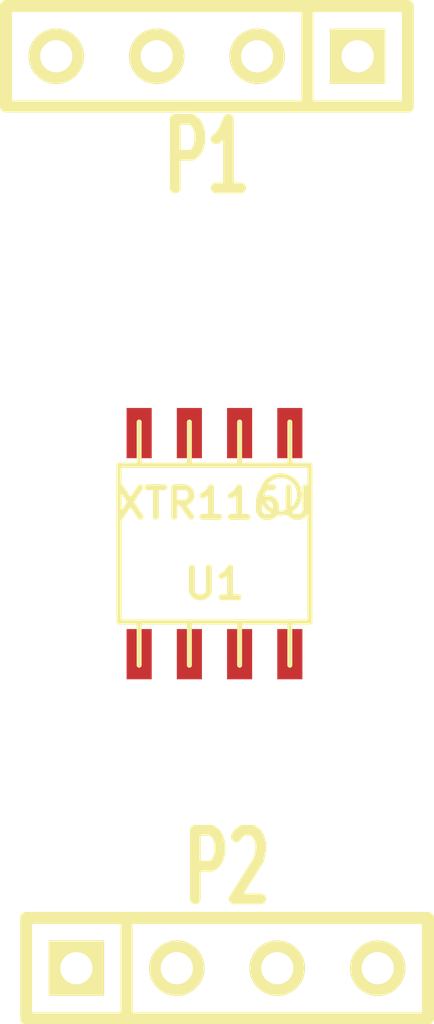
<source format=kicad_pcb>
(kicad_pcb (version 20221018) (generator pcbnew)
  (layers (0 "F.Cu" signal) (31 "B.Cu" signal) (34 "B.Paste" user) (35 "F.Paste" user) (36 "B.SilkS" user) (37 "F.SilkS" user) (38 "B.Mask" user) (39 "F.Mask" user) (44 "Edge.Cuts" user))
  (net 0 "")
  (net 1 "N-000003")
  (net 2 "N-000006")
  (net 3 "N-000007")
  (net 4 "N-000008")
  (footprint "so-8" (layer "F.Cu") (at 100.5205 87.884 180)
    (fp_text reference "U1" (at 0 -1.016 180) (layer "F.SilkS") (effects (font (size 0.7493 0.7493) (thickness 0.14986))))
    (fp_text value "XTR116U" (at 0 1.016 180) (layer "F.SilkS") (effects (font (size 0.7493 0.7493) (thickness 0.14986))))
    (fp_line (start -2.413 -1.9812) (end -2.413 1.9812) (stroke (width 0.127)) (layer "F.SilkS"))
    (fp_line (start -2.413 1.9812) (end 2.413 1.9812) (stroke (width 0.127)) (layer "F.SilkS"))
    (fp_line (start -1.905 -1.9812) (end -1.905 -3.0734) (stroke (width 0.127)) (layer "F.SilkS"))
    (fp_line (start -1.905 3.0734) (end -1.905 1.9812) (stroke (width 0.127)) (layer "F.SilkS"))
    (fp_line (start -0.635 -1.9812) (end -0.635 -3.0734) (stroke (width 0.127)) (layer "F.SilkS"))
    (fp_line (start -0.635 3.0734) (end -0.635 1.9812) (stroke (width 0.127)) (layer "F.SilkS"))
    (fp_line (start 0.635 -1.9812) (end 0.635 -3.0734) (stroke (width 0.127)) (layer "F.SilkS"))
    (fp_line (start 0.635 3.0734) (end 0.635 1.9812) (stroke (width 0.127)) (layer "F.SilkS"))
    (fp_line (start 1.905 -3.0734) (end 1.905 -1.9812) (stroke (width 0.127)) (layer "F.SilkS"))
    (fp_line (start 1.905 1.9812) (end 1.905 3.0734) (stroke (width 0.127)) (layer "F.SilkS"))
    (fp_line (start 2.413 -1.9812) (end -2.413 -1.9812) (stroke (width 0.127)) (layer "F.SilkS"))
    (fp_line (start 2.413 1.9812) (end 2.413 -1.9812) (stroke (width 0.127)) (layer "F.SilkS"))
    (fp_circle (center -1.6764 1.2446) (end -1.9558 1.6256) (stroke (width 0.127)) (fill none) (layer "F.SilkS"))
    (pad "1" smd rect (at -1.905 2.794 180) (size 0.635 1.27) (layers "F.Cu" "F.Paste" "F.Mask") (net 4 "N-000008"))
    (pad "2" smd rect (at -0.635 2.794 180) (size 0.635 1.27) (layers "F.Cu" "F.Paste" "F.Mask") (net 3 "N-000007"))
    (pad "3" smd rect (at 0.635 2.794 180) (size 0.635 1.27) (layers "F.Cu" "F.Paste" "F.Mask") (net 2 "N-000006"))
    (pad "4" smd rect (at 1.905 2.794 180) (size 0.635 1.27) (layers "F.Cu" "F.Paste" "F.Mask"))
    (pad "5" smd rect (at 1.905 -2.794 180) (size 0.635 1.27) (layers "F.Cu" "F.Paste" "F.Mask"))
    (pad "6" smd rect (at 0.635 -2.794 180) (size 0.635 1.27) (layers "F.Cu" "F.Paste" "F.Mask") (net 1 "N-000003"))
    (pad "7" smd rect (at -0.635 -2.794 180) (size 0.635 1.27) (layers "F.Cu" "F.Paste" "F.Mask"))
    (pad "8" smd rect (at -1.905 -2.794 180) (size 0.635 1.27) (layers "F.Cu" "F.Paste" "F.Mask"))
  )
  (footprint "SIL-4" (layer "F.Cu") (at 100.33 75.565 180)
    (fp_text reference "P1" (at 0 -2.54 180) (layer "F.SilkS") (effects (font (size 1.73482 1.08712) (thickness 0.3048))))
    (fp_text value "CONN_4" hide)
    (fp_line (start -5.08 -1.27) (end -5.08 -1.27) (stroke (width 0.3048)) (layer "F.SilkS"))
    (fp_line (start -5.08 -1.27) (end -5.08 -1.27) (stroke (width 0.3048)) (layer "F.SilkS"))
    (fp_line (start -5.08 -1.27) (end 5.08 -1.27) (stroke (width 0.3048)) (layer "F.SilkS"))
    (fp_line (start -5.08 1.27) (end -5.08 -1.27) (stroke (width 0.3048)) (layer "F.SilkS"))
    (fp_line (start -2.54 1.27) (end -2.54 -1.27) (stroke (width 0.3048)) (layer "F.SilkS"))
    (fp_line (start 5.08 -1.27) (end 5.08 1.27) (stroke (width 0.3048)) (layer "F.SilkS"))
    (fp_line (start 5.08 1.27) (end -5.08 1.27) (stroke (width 0.3048)) (layer "F.SilkS"))
    (pad "1" thru_hole rect (at -3.81 0 180) (size 1.397 1.397) (drill 0.8128) (layers "*.Cu" "*.Mask" "F.SilkS") (net 4 "N-000008"))
    (pad "2" thru_hole circle (at -1.27 0 180) (size 1.397 1.397) (drill 0.8128) (layers "*.Cu" "*.Mask" "F.SilkS") (net 3 "N-000007"))
    (pad "3" thru_hole circle (at 1.27 0 180) (size 1.397 1.397) (drill 0.8128) (layers "*.Cu" "*.Mask" "F.SilkS") (net 2 "N-000006"))
    (pad "4" thru_hole circle (at 3.81 0 180) (size 1.397 1.397) (drill 0.8128) (layers "*.Cu" "*.Mask" "F.SilkS"))
  )
  (footprint "SIL-4" (layer "F.Cu") (at 100.838 98.6155)
    (fp_text reference "P2" (at 0 -2.54) (layer "F.SilkS") (effects (font (size 1.73482 1.08712) (thickness 0.3048))))
    (fp_text value "CONN_4" hide)
    (fp_line (start -5.08 -1.27) (end -5.08 -1.27) (stroke (width 0.3048)) (layer "F.SilkS"))
    (fp_line (start -5.08 -1.27) (end -5.08 -1.27) (stroke (width 0.3048)) (layer "F.SilkS"))
    (fp_line (start -5.08 -1.27) (end 5.08 -1.27) (stroke (width 0.3048)) (layer "F.SilkS"))
    (fp_line (start -5.08 1.27) (end -5.08 -1.27) (stroke (width 0.3048)) (layer "F.SilkS"))
    (fp_line (start -2.54 1.27) (end -2.54 -1.27) (stroke (width 0.3048)) (layer "F.SilkS"))
    (fp_line (start 5.08 -1.27) (end 5.08 1.27) (stroke (width 0.3048)) (layer "F.SilkS"))
    (fp_line (start 5.08 1.27) (end -5.08 1.27) (stroke (width 0.3048)) (layer "F.SilkS"))
    (pad "1" thru_hole rect (at -3.81 0) (size 1.397 1.397) (drill 0.8128) (layers "*.Cu" "*.Mask" "F.SilkS"))
    (pad "2" thru_hole circle (at -1.27 0) (size 1.397 1.397) (drill 0.8128) (layers "*.Cu" "*.Mask" "F.SilkS") (net 1 "N-000003"))
    (pad "3" thru_hole circle (at 1.27 0) (size 1.397 1.397) (drill 0.8128) (layers "*.Cu" "*.Mask" "F.SilkS"))
    (pad "4" thru_hole circle (at 3.81 0) (size 1.397 1.397) (drill 0.8128) (layers "*.Cu" "*.Mask" "F.SilkS"))
  )
)
</source>
